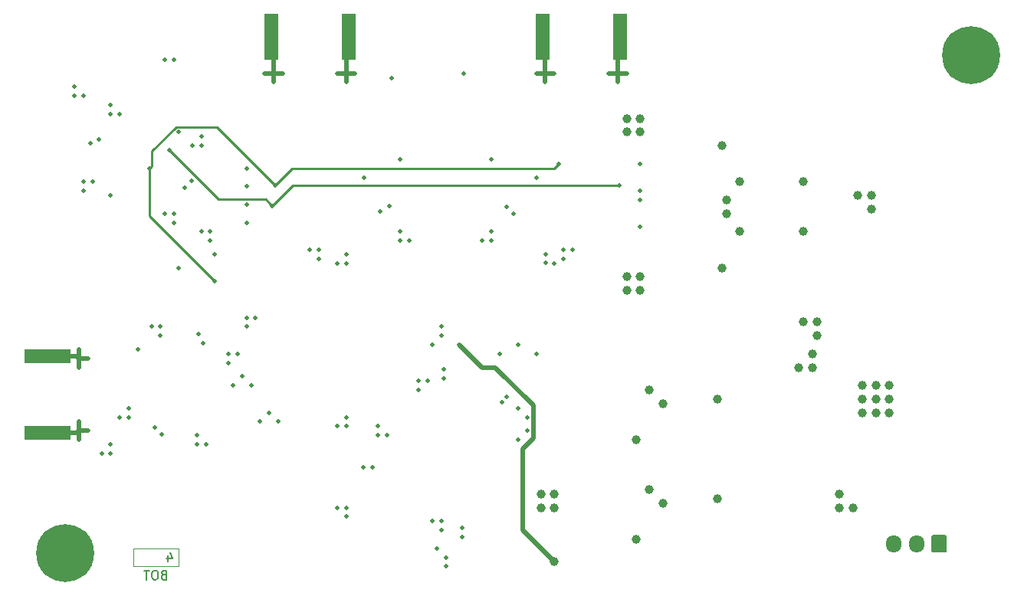
<source format=gbl>
G04 #@! TF.GenerationSoftware,KiCad,Pcbnew,(5.1.2)-1*
G04 #@! TF.CreationDate,2019-05-31T11:35:42+02:00*
G04 #@! TF.ProjectId,phasefreq,70686173-6566-4726-9571-2e6b69636164,rev?*
G04 #@! TF.SameCoordinates,Original*
G04 #@! TF.FileFunction,Copper,L4,Bot*
G04 #@! TF.FilePolarity,Positive*
%FSLAX46Y46*%
G04 Gerber Fmt 4.6, Leading zero omitted, Abs format (unit mm)*
G04 Created by KiCad (PCBNEW (5.1.2)-1) date 2019-05-31 11:35:42*
%MOMM*%
%LPD*%
G04 APERTURE LIST*
%ADD10C,0.120000*%
%ADD11C,0.150000*%
%ADD12C,0.800000*%
%ADD13C,6.400000*%
%ADD14C,0.100000*%
%ADD15C,1.700000*%
%ADD16O,1.700000X1.950000*%
%ADD17R,1.500000X5.080000*%
%ADD18R,5.080000X1.500000*%
%ADD19C,1.000000*%
%ADD20C,0.500000*%
%ADD21C,0.250000*%
%ADD22C,0.500000*%
G04 APERTURE END LIST*
D10*
X148500000Y-134000000D02*
X153500000Y-134000000D01*
X153500000Y-132000000D02*
X148500000Y-132000000D01*
X148500000Y-132000000D02*
X148500000Y-134000000D01*
X153500000Y-134000000D02*
X153500000Y-132000000D01*
D11*
X152309523Y-132785714D02*
X152309523Y-133452380D01*
X152547619Y-132404761D02*
X152785714Y-133119047D01*
X152166666Y-133119047D01*
X151833333Y-134928571D02*
X151690476Y-134976190D01*
X151642857Y-135023809D01*
X151595238Y-135119047D01*
X151595238Y-135261904D01*
X151642857Y-135357142D01*
X151690476Y-135404761D01*
X151785714Y-135452380D01*
X152166666Y-135452380D01*
X152166666Y-134452380D01*
X151833333Y-134452380D01*
X151738095Y-134500000D01*
X151690476Y-134547619D01*
X151642857Y-134642857D01*
X151642857Y-134738095D01*
X151690476Y-134833333D01*
X151738095Y-134880952D01*
X151833333Y-134928571D01*
X152166666Y-134928571D01*
X150976190Y-134452380D02*
X150785714Y-134452380D01*
X150690476Y-134500000D01*
X150595238Y-134595238D01*
X150547619Y-134785714D01*
X150547619Y-135119047D01*
X150595238Y-135309523D01*
X150690476Y-135404761D01*
X150785714Y-135452380D01*
X150976190Y-135452380D01*
X151071428Y-135404761D01*
X151166666Y-135309523D01*
X151214285Y-135119047D01*
X151214285Y-134785714D01*
X151166666Y-134595238D01*
X151071428Y-134500000D01*
X150976190Y-134452380D01*
X150261904Y-134452380D02*
X149690476Y-134452380D01*
X149976190Y-135452380D02*
X149976190Y-134452380D01*
D12*
X242697056Y-75802944D03*
X241000000Y-75100000D03*
X239302944Y-75802944D03*
X238600000Y-77500000D03*
X239302944Y-79197056D03*
X241000000Y-79900000D03*
X242697056Y-79197056D03*
X243400000Y-77500000D03*
D13*
X241000000Y-77500000D03*
D12*
X142697056Y-130802944D03*
X141000000Y-130100000D03*
X139302944Y-130802944D03*
X138600000Y-132500000D03*
X139302944Y-134197056D03*
X141000000Y-134900000D03*
X142697056Y-134197056D03*
X143400000Y-132500000D03*
D13*
X141000000Y-132500000D03*
D14*
G36*
X238124504Y-130526204D02*
G01*
X238148773Y-130529804D01*
X238172571Y-130535765D01*
X238195671Y-130544030D01*
X238217849Y-130554520D01*
X238238893Y-130567133D01*
X238258598Y-130581747D01*
X238276777Y-130598223D01*
X238293253Y-130616402D01*
X238307867Y-130636107D01*
X238320480Y-130657151D01*
X238330970Y-130679329D01*
X238339235Y-130702429D01*
X238345196Y-130726227D01*
X238348796Y-130750496D01*
X238350000Y-130775000D01*
X238350000Y-132225000D01*
X238348796Y-132249504D01*
X238345196Y-132273773D01*
X238339235Y-132297571D01*
X238330970Y-132320671D01*
X238320480Y-132342849D01*
X238307867Y-132363893D01*
X238293253Y-132383598D01*
X238276777Y-132401777D01*
X238258598Y-132418253D01*
X238238893Y-132432867D01*
X238217849Y-132445480D01*
X238195671Y-132455970D01*
X238172571Y-132464235D01*
X238148773Y-132470196D01*
X238124504Y-132473796D01*
X238100000Y-132475000D01*
X236900000Y-132475000D01*
X236875496Y-132473796D01*
X236851227Y-132470196D01*
X236827429Y-132464235D01*
X236804329Y-132455970D01*
X236782151Y-132445480D01*
X236761107Y-132432867D01*
X236741402Y-132418253D01*
X236723223Y-132401777D01*
X236706747Y-132383598D01*
X236692133Y-132363893D01*
X236679520Y-132342849D01*
X236669030Y-132320671D01*
X236660765Y-132297571D01*
X236654804Y-132273773D01*
X236651204Y-132249504D01*
X236650000Y-132225000D01*
X236650000Y-130775000D01*
X236651204Y-130750496D01*
X236654804Y-130726227D01*
X236660765Y-130702429D01*
X236669030Y-130679329D01*
X236679520Y-130657151D01*
X236692133Y-130636107D01*
X236706747Y-130616402D01*
X236723223Y-130598223D01*
X236741402Y-130581747D01*
X236761107Y-130567133D01*
X236782151Y-130554520D01*
X236804329Y-130544030D01*
X236827429Y-130535765D01*
X236851227Y-130529804D01*
X236875496Y-130526204D01*
X236900000Y-130525000D01*
X238100000Y-130525000D01*
X238124504Y-130526204D01*
X238124504Y-130526204D01*
G37*
D15*
X237500000Y-131500000D03*
D16*
X235000000Y-131500000D03*
X232500000Y-131500000D03*
D17*
X202250000Y-75500000D03*
X193750000Y-75500000D03*
X163750000Y-75500000D03*
X172250000Y-75500000D03*
D18*
X139000000Y-110750000D03*
X139000000Y-119250000D03*
D19*
X204500000Y-103500000D03*
X203000000Y-103500000D03*
X203000000Y-102000000D03*
X204500000Y-102000000D03*
D20*
X176787500Y-94212500D03*
X175731250Y-94731250D03*
X156212500Y-109287500D03*
X155712500Y-108287500D03*
X144712500Y-86787500D03*
X143750000Y-87250000D03*
X157500000Y-99500000D03*
X153500000Y-86000000D03*
D19*
X204500000Y-84500000D03*
X203000000Y-84500000D03*
X204500000Y-86000000D03*
X203000000Y-86000000D03*
D20*
X189768750Y-94231250D03*
X190518750Y-94981250D03*
X154143750Y-92143750D03*
X154893750Y-91393750D03*
X150856250Y-118643750D03*
X151606250Y-119393750D03*
D19*
X195000000Y-126000000D03*
X195000000Y-127500000D03*
X193500000Y-126000000D03*
X193500000Y-127500000D03*
D20*
X182787500Y-113212500D03*
X182787500Y-112212500D03*
X174927500Y-123072500D03*
X173927500Y-123072500D03*
X189212500Y-115825000D03*
X189768750Y-115268750D03*
X184787500Y-130712500D03*
X184787500Y-129712500D03*
X152500000Y-88000000D03*
X163850000Y-94150000D03*
X202150000Y-91850000D03*
X164150000Y-91850000D03*
X150287500Y-90000000D03*
X195500000Y-89500000D03*
X157500000Y-102500000D03*
X191500000Y-121000000D03*
X191500000Y-126000000D03*
X188500000Y-112000000D03*
X184500000Y-109500000D03*
D19*
X195000000Y-133500000D03*
X230500000Y-115500000D03*
X229000000Y-115500000D03*
X232000000Y-114000000D03*
X230500000Y-114000000D03*
X229000000Y-114000000D03*
X229000000Y-117000000D03*
X230500000Y-117000000D03*
X232000000Y-117000000D03*
X232000000Y-115500000D03*
D20*
X146000000Y-93000000D03*
X153000000Y-78000000D03*
X153000000Y-95000000D03*
X153000000Y-96000000D03*
X152000000Y-95000000D03*
X157000000Y-97000000D03*
X157000000Y-98000000D03*
X156000000Y-97000000D03*
X156000000Y-87500000D03*
X155000000Y-87500000D03*
X156000000Y-86500000D03*
X144000000Y-91500000D03*
X143000000Y-91500000D03*
X143000000Y-92500000D03*
X142000000Y-82000000D03*
X143000000Y-82000000D03*
X142000000Y-81000000D03*
X147000000Y-84000000D03*
X146000000Y-84000000D03*
X146000000Y-83000000D03*
X152000000Y-78000000D03*
X149000000Y-110000000D03*
X146000000Y-120500000D03*
X146000000Y-121500000D03*
X145000000Y-121500000D03*
X148000000Y-117500000D03*
X147000000Y-117500000D03*
X148000000Y-116500000D03*
X155500000Y-119500000D03*
X155500000Y-120500000D03*
X156500000Y-120500000D03*
X151500000Y-108500000D03*
X151500000Y-107500000D03*
X150500000Y-107500000D03*
X161000000Y-106500000D03*
X161000000Y-107500000D03*
X162000000Y-106500000D03*
X160000000Y-110500000D03*
X159000000Y-110500000D03*
X159000000Y-111500000D03*
X188000000Y-98000000D03*
X188000000Y-97000000D03*
X187000000Y-98000000D03*
X194037500Y-99537500D03*
X194037500Y-100462500D03*
X197000000Y-99000000D03*
X196000000Y-99000000D03*
X196000000Y-100000000D03*
X178000000Y-98000000D03*
X179000000Y-98000000D03*
X178000000Y-97000000D03*
X195000000Y-100500000D03*
X172000000Y-100500000D03*
X171000000Y-100500000D03*
X172037500Y-99537500D03*
X169000000Y-100000000D03*
X169000000Y-99000000D03*
X168000000Y-99000000D03*
X171000000Y-127500000D03*
X172000000Y-127500000D03*
X172000000Y-128500000D03*
X172000000Y-118500000D03*
X171000000Y-118500000D03*
X172000000Y-117500000D03*
X176500000Y-119500000D03*
X175500000Y-119500000D03*
X175500000Y-118500000D03*
X181000000Y-113500000D03*
X180000000Y-114500000D03*
X181500000Y-109500000D03*
X182500000Y-108500000D03*
X182000000Y-132000000D03*
X183000000Y-133000000D03*
X183000000Y-134000000D03*
X181500000Y-129000000D03*
X182500000Y-129000000D03*
X182500000Y-130000000D03*
X191000000Y-116500000D03*
X192000000Y-117500000D03*
X191995000Y-118995000D03*
X191000000Y-120000000D03*
X191000000Y-109500000D03*
X193000000Y-110500000D03*
X189000000Y-110500000D03*
X180000000Y-113500000D03*
X182500000Y-107500000D03*
X153500000Y-101000000D03*
X185000000Y-79500000D03*
X177000000Y-80000000D03*
X178000000Y-89000000D03*
X188000000Y-89000000D03*
X193000000Y-91000000D03*
X174000000Y-91000000D03*
X143500000Y-111000000D03*
X142500000Y-110000000D03*
X142500000Y-112000000D03*
X142500000Y-118000000D03*
X143500000Y-119000000D03*
X142500000Y-120000000D03*
X142500000Y-119000000D03*
X142500000Y-111000000D03*
X171000000Y-79500000D03*
X172000000Y-79500000D03*
X173000000Y-79500000D03*
X172000000Y-80500000D03*
X164000000Y-79500000D03*
X165000000Y-79500000D03*
X164000000Y-80500000D03*
X163000000Y-79500000D03*
X203000000Y-79500000D03*
X202000000Y-80500000D03*
X201000000Y-79500000D03*
X193000000Y-79500000D03*
X194000000Y-79500000D03*
X195000000Y-79500000D03*
X194000000Y-80500000D03*
D19*
X222500000Y-107000000D03*
X224000000Y-107000000D03*
X224000000Y-108500000D03*
X223500000Y-110500000D03*
X223500000Y-112000000D03*
X222000000Y-112000000D03*
X228000000Y-127500000D03*
X226500000Y-127500000D03*
X226500000Y-126000000D03*
X228500000Y-93000000D03*
X230000000Y-93000000D03*
X230000000Y-94500000D03*
X222500000Y-91500000D03*
X213500000Y-87500000D03*
X214000000Y-95000000D03*
X214000000Y-93500000D03*
X215500000Y-91500000D03*
X215500000Y-97000000D03*
D20*
X204500000Y-96500000D03*
X204500000Y-93500000D03*
X204500000Y-92500000D03*
X204500000Y-89500000D03*
X161000000Y-96000000D03*
X161000000Y-94000000D03*
X161000000Y-92000000D03*
X161000000Y-90000000D03*
D19*
X222500000Y-97000000D03*
X213500000Y-101000000D03*
X213000000Y-115500000D03*
X205500000Y-114500000D03*
X207000000Y-116000000D03*
X205500000Y-125500000D03*
X207000000Y-127000000D03*
X213000000Y-126500000D03*
X204000000Y-120000000D03*
X204000000Y-131000000D03*
D20*
X162500000Y-118000000D03*
X163500000Y-117000000D03*
X164500000Y-118000000D03*
X159500000Y-114000000D03*
X160500000Y-113000000D03*
X161500000Y-114000000D03*
X202000000Y-79500000D03*
D21*
X163600001Y-93900001D02*
X163850000Y-94150000D01*
X163124999Y-93424999D02*
X163600001Y-93900001D01*
X157924999Y-93424999D02*
X163124999Y-93424999D01*
X152500000Y-88000000D02*
X157924999Y-93424999D01*
X166150000Y-91850000D02*
X202150000Y-91850000D01*
X163850000Y-94150000D02*
X166150000Y-91850000D01*
X163900001Y-91600001D02*
X164150000Y-91850000D01*
X157724999Y-85424999D02*
X163900001Y-91600001D01*
X153223999Y-85424999D02*
X157724999Y-85424999D01*
X150537499Y-88111499D02*
X153223999Y-85424999D01*
X150537499Y-89750001D02*
X150537499Y-88111499D01*
X150287500Y-90000000D02*
X150537499Y-89750001D01*
X164399999Y-91600001D02*
X164150000Y-91850000D01*
X166000000Y-90000000D02*
X164399999Y-91600001D01*
X195000000Y-90000000D02*
X166000000Y-90000000D01*
X195500000Y-89500000D02*
X195000000Y-90000000D01*
X150287500Y-95287500D02*
X157500000Y-102500000D01*
X150287500Y-90000000D02*
X150287500Y-95287500D01*
D22*
X191500000Y-122500000D02*
X191500000Y-126000000D01*
X188500000Y-112000000D02*
X192700001Y-116200001D01*
X191500000Y-130000000D02*
X193500000Y-132000000D01*
X191500000Y-126000000D02*
X191500000Y-130000000D01*
X193500000Y-132000000D02*
X195000000Y-133500000D01*
X187000000Y-112000000D02*
X184500000Y-109500000D01*
X188500000Y-112000000D02*
X187000000Y-112000000D01*
X192700001Y-119799999D02*
X191500000Y-121000000D01*
X192700001Y-116200001D02*
X192700001Y-119799999D01*
X191500000Y-122500000D02*
X191500000Y-121000000D01*
X172000000Y-75750000D02*
X172250000Y-75500000D01*
X172000000Y-79500000D02*
X172000000Y-75750000D01*
X164000000Y-75750000D02*
X163750000Y-75500000D01*
X164000000Y-79500000D02*
X164000000Y-75750000D01*
X164000000Y-79500000D02*
X163000000Y-79500000D01*
X164000000Y-79500000D02*
X165000000Y-79500000D01*
X164000000Y-79500000D02*
X164000000Y-80500000D01*
X172000000Y-79500000D02*
X171000000Y-79500000D01*
X172000000Y-79500000D02*
X173000000Y-79500000D01*
X172000000Y-79500000D02*
X172000000Y-80500000D01*
X202000000Y-75750000D02*
X202250000Y-75500000D01*
X202000000Y-79500000D02*
X202000000Y-75750000D01*
X201000000Y-79500000D02*
X202000000Y-79500000D01*
X202000000Y-79500000D02*
X203000000Y-79500000D01*
X202000000Y-79500000D02*
X202000000Y-80500000D01*
X193000000Y-79500000D02*
X194000000Y-79500000D01*
X195000000Y-79500000D02*
X194000000Y-79500000D01*
X194000000Y-80500000D02*
X194000000Y-79500000D01*
X194000000Y-75750000D02*
X193750000Y-75500000D01*
X194000000Y-79500000D02*
X194000000Y-75750000D01*
X142250000Y-119250000D02*
X142500000Y-119000000D01*
X139000000Y-119250000D02*
X142250000Y-119250000D01*
X142500000Y-119000000D02*
X143500000Y-119000000D01*
X142500000Y-119000000D02*
X142500000Y-120000000D01*
X142500000Y-119000000D02*
X142500000Y-118000000D01*
X142250000Y-110750000D02*
X142500000Y-111000000D01*
X139000000Y-110750000D02*
X142250000Y-110750000D01*
X142500000Y-110000000D02*
X142500000Y-111000000D01*
X143500000Y-111000000D02*
X142500000Y-111000000D01*
X142500000Y-112000000D02*
X142500000Y-111000000D01*
M02*

</source>
